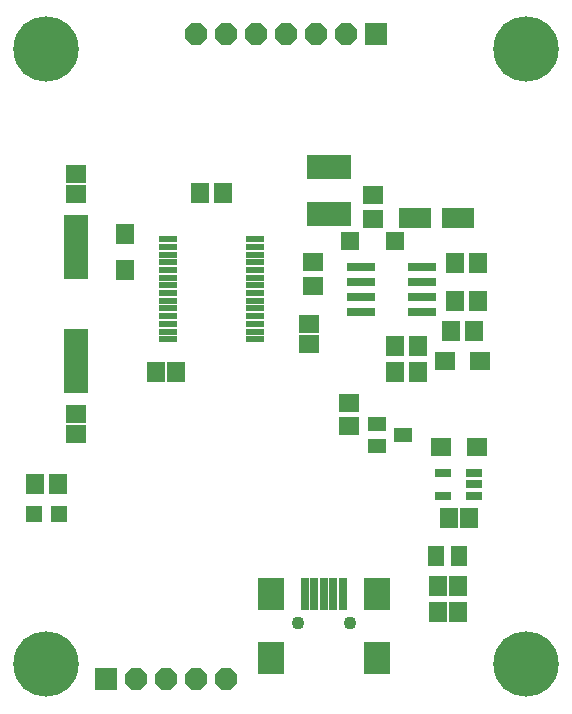
<source format=gts>
G75*
G70*
%OFA0B0*%
%FSLAX24Y24*%
%IPPOS*%
%LPD*%
%AMOC8*
5,1,8,0,0,1.08239X$1,22.5*
%
%ADD10R,0.0277X0.1064*%
%ADD11R,0.0867X0.1064*%
%ADD12C,0.0434*%
%ADD13R,0.0552X0.0297*%
%ADD14R,0.0710X0.0631*%
%ADD15R,0.0720X0.0720*%
%ADD16OC8,0.0720*%
%ADD17R,0.0552X0.0671*%
%ADD18R,0.0592X0.0671*%
%ADD19R,0.0671X0.0592*%
%ADD20R,0.0592X0.0710*%
%ADD21R,0.0840X0.2180*%
%ADD22R,0.0946X0.0316*%
%ADD23R,0.1104X0.0710*%
%ADD24R,0.0710X0.0592*%
%ADD25R,0.1497X0.0789*%
%ADD26R,0.0631X0.0631*%
%ADD27R,0.0630X0.0217*%
%ADD28R,0.0631X0.0710*%
%ADD29R,0.0631X0.0474*%
%ADD30C,0.2180*%
%ADD31R,0.0552X0.0552*%
D10*
X010141Y008703D03*
X010456Y008703D03*
X010771Y008703D03*
X011086Y008703D03*
X011401Y008703D03*
D11*
X012543Y008703D03*
X012543Y006538D03*
X008999Y006538D03*
X008999Y008703D03*
D12*
X009905Y007719D03*
X011637Y007719D03*
D13*
X014759Y011970D03*
X014759Y012718D03*
X015783Y012718D03*
X015783Y012344D03*
X015783Y011970D03*
D14*
X015862Y013594D03*
X014681Y013594D03*
X014806Y016469D03*
X015987Y016469D03*
D15*
X003521Y005844D03*
X012521Y027344D03*
D16*
X011521Y027344D03*
X010521Y027344D03*
X009521Y027344D03*
X008521Y027344D03*
X007521Y027344D03*
X006521Y027344D03*
X006521Y005844D03*
X005521Y005844D03*
X004521Y005844D03*
X007521Y005844D03*
D17*
X014521Y009969D03*
X015271Y009969D03*
D18*
X015231Y008969D03*
X015231Y008094D03*
X014561Y008094D03*
X014561Y008969D03*
X014936Y011219D03*
X015606Y011219D03*
X005856Y016094D03*
X005186Y016094D03*
D19*
X002521Y014679D03*
X002521Y014009D03*
X002521Y022009D03*
X002521Y022679D03*
X010271Y017679D03*
X010271Y017009D03*
D20*
X013147Y016969D03*
X013895Y016969D03*
X013895Y016094D03*
X013147Y016094D03*
X015002Y017469D03*
X015147Y018469D03*
X015790Y017469D03*
X015895Y018469D03*
X015895Y019719D03*
X015147Y019719D03*
X007395Y022044D03*
X006647Y022044D03*
X001895Y012344D03*
X001147Y012344D03*
D21*
X002521Y016444D03*
X002521Y020244D03*
D22*
X011997Y019594D03*
X011997Y019094D03*
X011997Y018594D03*
X011997Y018094D03*
X014045Y018094D03*
X014045Y018594D03*
X014045Y019094D03*
X014045Y019594D03*
D23*
X013812Y021219D03*
X015230Y021219D03*
D24*
X012396Y021200D03*
X012396Y021988D03*
X010396Y019738D03*
X010396Y018950D03*
X011621Y015043D03*
X011621Y014295D03*
D25*
X010946Y021357D03*
X010946Y022931D03*
D26*
X011648Y020469D03*
X013144Y020469D03*
D27*
X008460Y020507D03*
X008460Y020251D03*
X008460Y019996D03*
X008460Y019740D03*
X008460Y019484D03*
X008460Y019228D03*
X008460Y018972D03*
X008460Y018716D03*
X008460Y018460D03*
X008460Y018204D03*
X008460Y017948D03*
X008460Y017692D03*
X008460Y017436D03*
X008460Y017181D03*
X005582Y017181D03*
X005582Y017436D03*
X005582Y017692D03*
X005582Y017948D03*
X005582Y018204D03*
X005582Y018460D03*
X005582Y018716D03*
X005582Y018972D03*
X005582Y019228D03*
X005582Y019484D03*
X005582Y019740D03*
X005582Y019996D03*
X005582Y020251D03*
X005582Y020507D03*
D28*
X004146Y020684D03*
X004146Y019503D03*
D29*
X012538Y014368D03*
X012538Y013620D03*
X013404Y013994D03*
D30*
X017521Y006344D03*
X017521Y026844D03*
X001521Y026844D03*
X001521Y006344D03*
D31*
X001108Y011344D03*
X001934Y011344D03*
M02*

</source>
